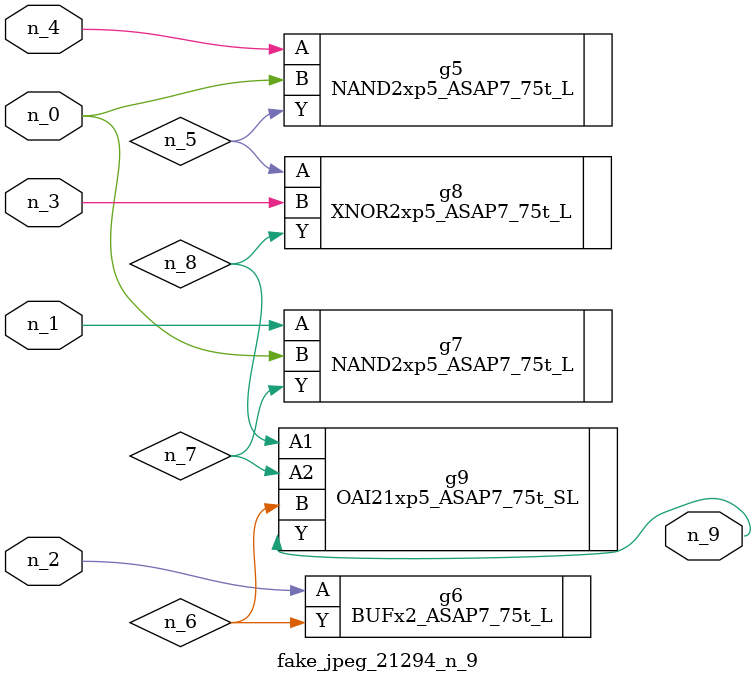
<source format=v>
module fake_jpeg_21294_n_9 (n_3, n_2, n_1, n_0, n_4, n_9);

input n_3;
input n_2;
input n_1;
input n_0;
input n_4;

output n_9;

wire n_8;
wire n_6;
wire n_5;
wire n_7;

NAND2xp5_ASAP7_75t_L g5 ( 
.A(n_4),
.B(n_0),
.Y(n_5)
);

BUFx2_ASAP7_75t_L g6 ( 
.A(n_2),
.Y(n_6)
);

NAND2xp5_ASAP7_75t_L g7 ( 
.A(n_1),
.B(n_0),
.Y(n_7)
);

XNOR2xp5_ASAP7_75t_L g8 ( 
.A(n_5),
.B(n_3),
.Y(n_8)
);

OAI21xp5_ASAP7_75t_SL g9 ( 
.A1(n_8),
.A2(n_7),
.B(n_6),
.Y(n_9)
);


endmodule
</source>
